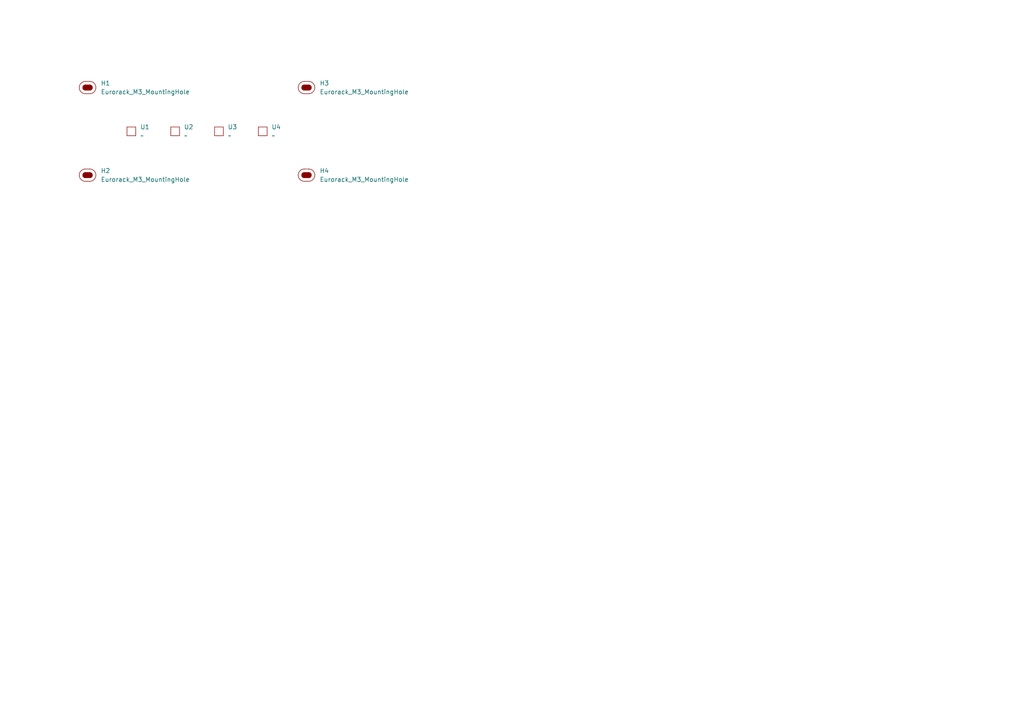
<source format=kicad_sch>
(kicad_sch (version 20250114) (generator "eeschema") (generator_version "9.0")
  (paper "A4")
  (lib_symbols
    (symbol "EXC:Eurorack_M3_MountingHole" (pin_names (offset 1.016))
      (property "Reference" "H" (at 0 5.08 0))
      (property "Value" "Eurorack_M3_MountingHole" (at 0 3.175 0))
      (symbol "Eurorack_M3_MountingHole_0_1"
        (polyline (pts (xy -0.635 0.762) (xy 0.635 0.762)))
        (circle (center -0.635 0) (radius 0.762) (fill (type outline)))
        (arc (start -0.635 -0.762) (mid -1.397 0) (end -0.635 0.762))
        (arc (start -0.635 -1.778) (mid -2.413 0) (end -0.635 1.778))
        (polyline (pts (xy -0.635 -0.762) (xy 0.635 -0.762)))
        (polyline (pts (xy -0.635 -1.778) (xy 0.635 -1.778)))
        (circle (center 0 0) (radius 0.762) (fill (type outline)))
        (polyline (pts (xy 0.635 1.778) (xy -0.635 1.778)))
        (arc (start 0.6141 1.778) (mid 2.4131 0) (end 0.6141 -1.778))
        (arc (start 0.6227 0.762) (mid 1.3971 0) (end 0.6227 -0.762))
        (circle (center 0.635 0) (radius 0.762) (fill (type outline)))
      )
    )
    (symbol "EXC:SW_CherrySwitch_Clearance_Inner"
      (property "Reference" "U" (at 0 0 0))
      (symbol "SW_CherrySwitch_Clearance_Inner_0_1"
        (rectangle (start -1.27 1.27) (end 1.27 -1.27))
      )
    )
  )
  (symbol (lib_id "EXC:SW_CherrySwitch_Clearance_Inner") (at 38.1 38.1 0) (unit 1)
    (property "Reference" "U1" (at 40.64 36.8299 0) (effects (justify left)))
    (property "Value" "~" (at 40.64 39.3699 0) (effects (justify left)))
    (property "Footprint" "EXC:SW_Cherry_MX_1.00u_Clearance" (effects (hide yes)))
  )
  (symbol (lib_id "EXC:SW_CherrySwitch_Clearance_Inner") (at 50.8 38.1 0) (unit 1)
    (property "Reference" "U2" (at 53.34 36.8299 0) (effects (justify left)))
    (property "Value" "~" (at 53.34 39.3699 0) (effects (justify left)))
    (property "Footprint" "EXC:SW_Cherry_MX_1.00u_Clearance" (effects (hide yes)))
  )
  (symbol (lib_id "EXC:SW_CherrySwitch_Clearance_Inner") (at 76.2 38.1 0) (unit 1)
    (property "Reference" "U4" (at 78.74 36.8299 0) (effects (justify left)))
    (property "Value" "~" (at 78.74 39.3699 0) (effects (justify left)))
    (property "Footprint" "EXC:SW_Cherry_MX_1.00u_Clearance" (effects (hide yes)))
  )
  (symbol (lib_id "EXC:Eurorack_M3_MountingHole") (at 88.9 50.8 0) (unit 1)
    (property "Reference" "H4" (at 92.71 49.5299 0) (effects (justify left)))
    (property "Value" "Eurorack_M3_MountingHole" (at 92.71 52.0699 0) (effects (justify left)))
    (property "Footprint" "EXC:MountingHole_3.2mm_M3" (effects (hide yes)))
    (property "Description" "Mounting Hole without connection" (effects (hide yes)))
  )
  (symbol (lib_id "EXC:Eurorack_M3_MountingHole") (at 88.9 25.4 0) (unit 1)
    (property "Reference" "H3" (at 92.71 24.1299 0) (effects (justify left)))
    (property "Value" "Eurorack_M3_MountingHole" (at 92.71 26.6699 0) (effects (justify left)))
    (property "Footprint" "EXC:MountingHole_3.2mm_M3" (effects (hide yes)))
    (property "Description" "Mounting Hole without connection" (effects (hide yes)))
  )
  (symbol (lib_id "EXC:SW_CherrySwitch_Clearance_Inner") (at 63.5 38.1 0) (unit 1)
    (property "Reference" "U3" (at 66.04 36.8299 0) (effects (justify left)))
    (property "Value" "~" (at 66.04 39.3699 0) (effects (justify left)))
    (property "Footprint" "EXC:SW_Cherry_MX_1.00u_Clearance" (effects (hide yes)))
  )
  (symbol (lib_id "EXC:Eurorack_M3_MountingHole") (at 25.4 50.8 0) (unit 1)
    (property "Reference" "H2" (at 29.21 49.5299 0) (effects (justify left)))
    (property "Value" "Eurorack_M3_MountingHole" (at 29.21 52.0699 0) (effects (justify left)))
    (property "Footprint" "EXC:MountingHole_3.2mm_M3" (effects (hide yes)))
    (property "Description" "Mounting Hole without connection" (effects (hide yes)))
  )
  (symbol (lib_id "EXC:Eurorack_M3_MountingHole") (at 25.4 25.4 0) (unit 1)
    (property "Reference" "H1" (at 29.21 24.1299 0) (effects (justify left)))
    (property "Value" "Eurorack_M3_MountingHole" (at 29.21 26.6699 0) (effects (justify left)))
    (property "Footprint" "EXC:MountingHole_3.2mm_M3" (effects (hide yes)))
    (property "Description" "Mounting Hole without connection" (effects (hide yes)))
  )
)
</source>
